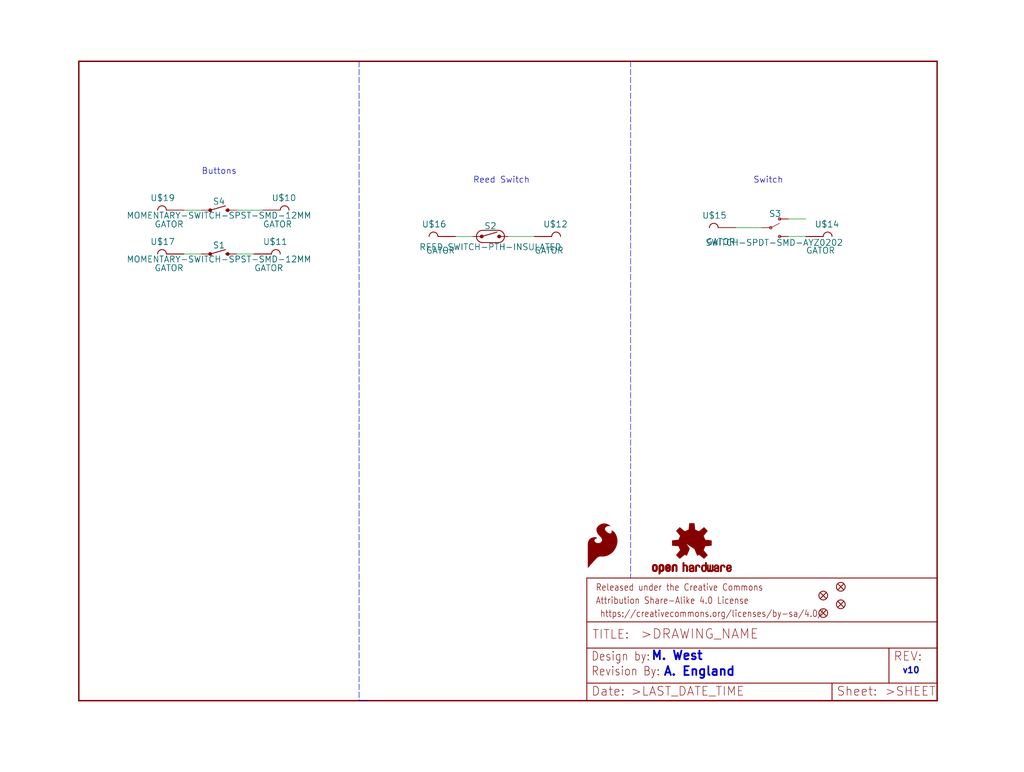
<source format=kicad_sch>
(kicad_sch (version 20211123) (generator eeschema)
  (paper "User" 297.002 223.926)
  (lib_symbols
    (symbol "eagleSchem-eagle-import:FIDUCIALUFIDUCIAL")
    (symbol "eagleSchem-eagle-import:FRAME-LETTER"
      (symbol "FRAME-LETTER_2_0"
        (text " https://creativecommons.org/licenses/by-sa/4.0/" (at 2.54 24.13 0) (effects (font (size 1.9304 1.6408)) (justify left bottom)))
        (text ">DRAWING_NAME" (at 15.494 17.78 0) (effects (font (size 2.7432 2.7432)) (justify left bottom)))
        (text ">LAST_DATE_TIME" (at 12.7 1.27 0) (effects (font (size 2.54 2.54)) (justify left bottom)))
        (text ">SHEET" (at 86.36 1.27 0) (effects (font (size 2.54 2.54)) (justify left bottom)))
        (text "Attribution Share-Alike 4.0 License" (at 2.54 27.94 0) (effects (font (size 1.9304 1.6408)) (justify left bottom)))
        (text "Date:" (at 1.27 1.27 0) (effects (font (size 2.54 2.54)) (justify left bottom)))
        (text "Design by:" (at 1.27 11.43 0) (effects (font (size 2.54 2.159)) (justify left bottom)))
        (text "Released under the Creative Commons" (at 2.54 31.75 0) (effects (font (size 1.9304 1.6408)) (justify left bottom)))
        (text "REV:" (at 88.9 11.43 0) (effects (font (size 2.54 2.54)) (justify left bottom)))
        (text "Sheet:" (at 72.39 1.27 0) (effects (font (size 2.54 2.54)) (justify left bottom)))
        (text "TITLE:" (at 1.524 17.78 0) (effects (font (size 2.54 2.54)) (justify left bottom)))
      )
    )
    (symbol "eagleSchem-eagle-import:GATOR"
      (property "Reference" "J" (at 0 2.54 0))
      (property "Value" "GATOR" (at -2.54 -5.08 0))
      (symbol "GATOR_1_0"
        (pin bidirectional line (at -2.54 0 0) (length 5.08) (name "P$1") (number "P$1"))
        (pin bidirectional line (at -2.54 0 0) (length 5.08) (name "P$1") (number "P$2"))
      )
    )
    (symbol "eagleSchem-eagle-import:MOMENTARY-SWITCH-SPST-SMD-12MM"
      (property "Reference" "S" (at 0 1.524 0))
      (property "Value" "MOMENTARY-SWITCH-SPST-SMD-12MM" (at 0 -0.508 0))
      (symbol "MOMENTARY-SWITCH-SPST-SMD-12MM_1_0"
        (pin passive line (at -5.08 0 0) (length 2.54) (name "1") (number "1"))
        (pin passive line (at 5.08 0 180) (length 2.54) (name "2") (number "3"))
      )
    )
    (symbol "eagleSchem-eagle-import:OSHW-LOGOS")
    (symbol "eagleSchem-eagle-import:REED_SWITCH-PTH-INSULATED"
      (property "Reference" "S" (at 0 2.032 0))
      (property "Value" "REED_SWITCH-PTH-INSULATED" (at 0 -2.032 0))
      (symbol "REED_SWITCH-PTH-INSULATED_1_0"
        (pin passive line (at -5.08 0 0) (length 2.54) (name "1") (number "P$1"))
        (pin passive line (at 5.08 0 180) (length 2.54) (name "2") (number "P$2"))
      )
    )
    (symbol "eagleSchem-eagle-import:REVISION"
      (symbol "REVISION_1_0"
        (text "Revision By: " (at 0 0 0) (effects (font (size 2.54 2.159)) (justify left bottom)))
      )
    )
    (symbol "eagleSchem-eagle-import:SFE_LOGO_FLAME.1_INCH")
    (symbol "eagleSchem-eagle-import:SWITCH-SPDT-SMD-AYZ0202"
      (property "Reference" "S" (at 1.27 3.048 0))
      (property "Value" "SWITCH-SPDT-SMD-AYZ0202" (at 1.016 -3.302 0))
      (symbol "SWITCH-SPDT-SMD-AYZ0202_1_0"
        (pin passive line (at 5.08 2.54 180) (length 2.54) (name "O") (number "1"))
        (pin passive line (at -2.54 0 0) (length 2.54) (name "P") (number "2"))
        (pin passive line (at 5.08 -2.54 180) (length 2.54) (name "S") (number "3"))
      )
    )
  )
  (polyline (pts (xy 104.14 17.78) (xy 104.14 203.2)))
  (wire (pts (xy 147.32 68.58) (xy 154.94 68.58)))
  (polyline (pts (xy 104.14 203.2) (xy 106.68 203.2)))
  (wire (pts (xy 58.42 73.66) (xy 53.34 73.66)))
  (polyline (pts (xy 106.68 203.2) (xy 104.14 203.2)))
  (wire (pts (xy 228.6 63.5) (xy 233.68 63.5)))
  (polyline (pts (xy 182.88 17.78) (xy 182.88 167.64)))
  (wire (pts (xy 228.6 68.58) (xy 233.68 68.58)))
  (wire (pts (xy 68.58 60.96) (xy 76.2 60.96)))
  (wire (pts (xy 137.16 68.58) (xy 132.08 68.58)))
  (wire (pts (xy 220.98 66.04) (xy 213.36 66.04)))
  (wire (pts (xy 68.58 73.66) (xy 73.66 73.66)))
  (wire (pts (xy 58.42 60.96) (xy 53.34 60.96)))
  (text "Reed Switch" (at 137.16 53.34 180) (effects (font (size 1.778 1.778)) (justify left bottom)))
  (text "A. England" (at 192.278 196.342 180) (effects (font (size 2.54 2.54) (thickness 0.508) bold) (justify left bottom)))
  (text "Switch" (at 218.44 53.34 180) (effects (font (size 1.778 1.778)) (justify left bottom)))
  (text "M. West" (at 188.722 191.77 180) (effects (font (size 2.54 2.54) (thickness 0.508) bold) (justify left bottom)))
  (text "Buttons" (at 58.42 50.8 180) (effects (font (size 1.778 1.778)) (justify left bottom)))
  (text "v10" (at 261.62 195.58 180) (effects (font (size 1.778 1.778) (thickness 0.3556) bold) (justify left bottom)))
  (symbol (lib_id "eagleSchem-eagle-import:REVISION") (at 171.45 196.088 0) (unit 1)
    (property "Reference" "LOGO9" (effects hide))
    (property "Value" "REVISION" (effects hide))
    (property "Footprint" "eagleSchem:REVISION" (effects hide))
  )
  (symbol (lib_id "eagleSchem-eagle-import:GATOR") (at 129.54 68.58 0) (mirror y) (unit 1)
    (property "Reference" "U$16" (at 129.54 66.04 0) (effects (font (size 1.778 1.778)) (justify left bottom)))
    (property "Value" "GATOR" (at 132.08 73.66 0) (effects (font (size 1.778 1.778)) (justify left bottom)))
    (property "Footprint" "eagleSchem:GATOR" (effects hide))
  )
  (symbol (lib_id "eagleSchem-eagle-import:FIDUCIALUFIDUCIAL") (at 238.76 177.8 0) (unit 1)
    (property "Reference" "FD2" (effects hide))
    (property "Value" "FIDUCIALUFIDUCIAL" (effects hide))
    (property "Footprint" "eagleSchem:FIDUCIAL-MICRO" (effects hide))
  )
  (symbol (lib_id "eagleSchem-eagle-import:GATOR") (at 157.48 68.58 0) (unit 1)
    (property "Reference" "U$12" (at 157.48 66.04 0) (effects (font (size 1.778 1.778)) (justify left bottom)))
    (property "Value" "GATOR" (at 154.94 73.66 0) (effects (font (size 1.778 1.778)) (justify left bottom)))
    (property "Footprint" "eagleSchem:GATOR" (effects hide))
  )
  (symbol (lib_id "eagleSchem-eagle-import:GATOR") (at 210.82 66.04 0) (mirror y) (unit 1)
    (property "Reference" "U$15" (at 210.82 63.5 0) (effects (font (size 1.778 1.778)) (justify left bottom)))
    (property "Value" "GATOR" (at 213.36 71.12 0) (effects (font (size 1.778 1.778)) (justify left bottom)))
    (property "Footprint" "eagleSchem:GATOR" (effects hide))
  )
  (symbol (lib_id "eagleSchem-eagle-import:FIDUCIALUFIDUCIAL") (at 243.84 170.18 0) (unit 1)
    (property "Reference" "FD3" (effects hide))
    (property "Value" "FIDUCIALUFIDUCIAL" (effects hide))
    (property "Footprint" "eagleSchem:FIDUCIAL-MICRO" (effects hide))
  )
  (symbol (lib_id "eagleSchem-eagle-import:GATOR") (at 50.8 73.66 0) (mirror y) (unit 1)
    (property "Reference" "U$17" (at 50.8 71.12 0) (effects (font (size 1.778 1.778)) (justify left bottom)))
    (property "Value" "GATOR" (at 53.34 78.74 0) (effects (font (size 1.778 1.778)) (justify left bottom)))
    (property "Footprint" "eagleSchem:GATOR" (effects hide))
  )
  (symbol (lib_id "eagleSchem-eagle-import:FIDUCIALUFIDUCIAL") (at 243.84 175.26 0) (unit 1)
    (property "Reference" "FD4" (effects hide))
    (property "Value" "FIDUCIALUFIDUCIAL" (effects hide))
    (property "Footprint" "eagleSchem:FIDUCIAL-MICRO" (effects hide))
  )
  (symbol (lib_id "eagleSchem-eagle-import:FIDUCIALUFIDUCIAL") (at 238.76 172.72 0) (unit 1)
    (property "Reference" "FD1" (effects hide))
    (property "Value" "FIDUCIALUFIDUCIAL" (effects hide))
    (property "Footprint" "eagleSchem:FIDUCIAL-MICRO" (effects hide))
  )
  (symbol (lib_id "eagleSchem-eagle-import:MOMENTARY-SWITCH-SPST-SMD-12MM") (at 63.5 73.66 0) (unit 1)
    (property "Reference" "S1" (at 63.5 72.136 0) (effects (font (size 1.778 1.778)) (justify bottom)))
    (property "Value" "MOMENTARY-SWITCH-SPST-SMD-12MM" (at 63.5 74.168 0) (effects (font (size 1.778 1.778)) (justify top)))
    (property "Footprint" "eagleSchem:TACTILE_SWITCH_SMD_12MM" (effects hide))
  )
  (symbol (lib_id "eagleSchem-eagle-import:FRAME-LETTER") (at 22.86 203.2 0) (unit 1)
    (property "Reference" "FRAME1" (effects hide))
    (property "Value" "FRAME-LETTER" (effects hide))
    (property "Footprint" "eagleSchem:CREATIVE_COMMONS" (effects hide))
  )
  (symbol (lib_id "eagleSchem-eagle-import:REED_SWITCH-PTH-INSULATED") (at 142.24 68.58 0) (unit 1)
    (property "Reference" "S2" (at 142.24 66.548 0) (effects (font (size 1.778 1.778)) (justify bottom)))
    (property "Value" "REED_SWITCH-PTH-INSULATED" (at 142.24 70.612 0) (effects (font (size 1.778 1.778)) (justify top)))
    (property "Footprint" "eagleSchem:REED_SWITCH_PLASTIC" (effects hide))
  )
  (symbol (lib_id "eagleSchem-eagle-import:FRAME-LETTER") (at 170.18 203.2 0) (unit 2)
    (property "Reference" "FRAME1" (effects hide))
    (property "Value" "FRAME-LETTER" (effects hide))
    (property "Footprint" "eagleSchem:CREATIVE_COMMONS" (effects hide))
  )
  (symbol (lib_id "eagleSchem-eagle-import:SFE_LOGO_FLAME.1_INCH") (at 170.18 165.1 0) (unit 1)
    (property "Reference" "LOGO1" (effects hide))
    (property "Value" "SFE_LOGO_FLAME.1_INCH" (effects hide))
    (property "Footprint" "eagleSchem:SFE_LOGO_FLAME_.1" (effects hide))
  )
  (symbol (lib_id "eagleSchem-eagle-import:GATOR") (at 236.22 68.58 0) (unit 1)
    (property "Reference" "U$14" (at 236.22 66.04 0) (effects (font (size 1.778 1.778)) (justify left bottom)))
    (property "Value" "GATOR" (at 233.68 73.66 0) (effects (font (size 1.778 1.778)) (justify left bottom)))
    (property "Footprint" "eagleSchem:GATOR" (effects hide))
  )
  (symbol (lib_id "eagleSchem-eagle-import:OSHW-LOGOS") (at 200.66 157.48 0) (unit 1)
    (property "Reference" "LOGO2" (effects hide))
    (property "Value" "OSHW-LOGOS" (effects hide))
    (property "Footprint" "eagleSchem:OSHW-LOGO-S" (effects hide))
  )
  (symbol (lib_id "eagleSchem-eagle-import:MOMENTARY-SWITCH-SPST-SMD-12MM") (at 63.5 60.96 0) (unit 1)
    (property "Reference" "S4" (at 63.5 59.436 0) (effects (font (size 1.778 1.778)) (justify bottom)))
    (property "Value" "MOMENTARY-SWITCH-SPST-SMD-12MM" (at 63.5 61.468 0) (effects (font (size 1.778 1.778)) (justify top)))
    (property "Footprint" "eagleSchem:TACTILE_SWITCH_SMD_12MM" (effects hide))
  )
  (symbol (lib_id "eagleSchem-eagle-import:GATOR") (at 50.8 60.96 0) (mirror y) (unit 1)
    (property "Reference" "U$19" (at 50.8 58.42 0) (effects (font (size 1.778 1.778)) (justify left bottom)))
    (property "Value" "GATOR" (at 53.34 66.04 0) (effects (font (size 1.778 1.778)) (justify left bottom)))
    (property "Footprint" "eagleSchem:GATOR" (effects hide))
  )
  (symbol (lib_id "eagleSchem-eagle-import:GATOR") (at 76.2 73.66 0) (unit 1)
    (property "Reference" "U$11" (at 76.2 71.12 0) (effects (font (size 1.778 1.778)) (justify left bottom)))
    (property "Value" "GATOR" (at 73.66 78.74 0) (effects (font (size 1.778 1.778)) (justify left bottom)))
    (property "Footprint" "eagleSchem:GATOR" (effects hide))
  )
  (symbol (lib_id "eagleSchem-eagle-import:GATOR") (at 78.74 60.96 0) (unit 1)
    (property "Reference" "U$10" (at 78.74 58.42 0) (effects (font (size 1.778 1.778)) (justify left bottom)))
    (property "Value" "GATOR" (at 76.2 66.04 0) (effects (font (size 1.778 1.778)) (justify left bottom)))
    (property "Footprint" "eagleSchem:GATOR" (effects hide))
  )
  (symbol (lib_id "eagleSchem-eagle-import:SWITCH-SPDT-SMD-AYZ0202") (at 223.52 66.04 0) (unit 1)
    (property "Reference" "S3" (at 224.79 62.992 0) (effects (font (size 1.778 1.778)) (justify bottom)))
    (property "Value" "SWITCH-SPDT-SMD-AYZ0202" (at 224.536 69.342 0) (effects (font (size 1.778 1.778)) (justify top)))
    (property "Footprint" "eagleSchem:SWITCH_DPDT_SMD_AYZ0202" (effects hide))
  )
)
</source>
